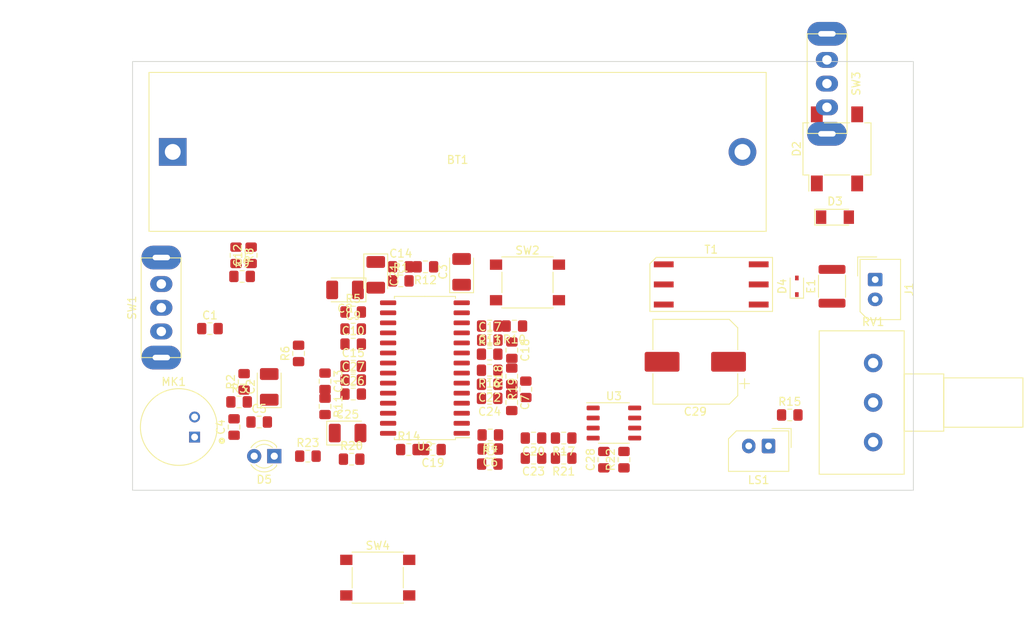
<source format=kicad_pcb>
(kicad_pcb (version 20211014) (generator pcbnew)
  (layers (0 "F.Cu" signal) (31 "B.Cu" signal) (34 "B.Paste" user) (35 "F.Paste" user) (36 "B.SilkS" user "B.Silkscreen") (37 "F.SilkS" user "F.Silkscreen") (38 "B.Mask" user) (39 "F.Mask" user) (44 "Edge.Cuts" user))
  (net 0 "")
  (net 1 "GND")
  (net 2 "Net-(BT1-Pad1)")
  (net 3 "Net-(C2-Pad1)")
  (net 4 "VB")
  (net 5 "Net-(C3-Pad1)")
  (net 6 "Net-(C4-Pad2)")
  (net 7 "Net-(C5-Pad2)")
  (net 8 "Net-(C6-Pad1)")
  (net 9 "Net-(C6-Pad2)")
  (net 10 "Net-(C24-Pad1)")
  (net 11 "VCC")
  (net 12 "Net-(C9-Pad2)")
  (net 13 "Net-(C10-Pad2)")
  (net 14 "Net-(C11-Pad1)")
  (net 15 "Net-(C11-Pad2)")
  (net 16 "Net-(C12-Pad1)")
  (net 17 "Net-(C13-Pad1)")
  (net 18 "Net-(C13-Pad2)")
  (net 19 "Net-(C14-Pad1)")
  (net 20 "Net-(C14-Pad2)")
  (net 21 "Net-(C15-Pad2)")
  (net 22 "Net-(C17-Pad1)")
  (net 23 "Net-(C18-Pad1)")
  (net 24 "Net-(C18-Pad2)")
  (net 25 "Net-(C19-Pad1)")
  (net 26 "Net-(C19-Pad2)")
  (net 27 "Net-(C20-Pad1)")
  (net 28 "Net-(C20-Pad2)")
  (net 29 "Net-(C22-Pad1)")
  (net 30 "Net-(C23-Pad1)")
  (net 31 "Net-(C23-Pad2)")
  (net 32 "Net-(C24-Pad2)")
  (net 33 "Net-(C25-Pad2)")
  (net 34 "Net-(C26-Pad2)")
  (net 35 "Net-(C27-Pad2)")
  (net 36 "Net-(C28-Pad1)")
  (net 37 "Net-(C28-Pad2)")
  (net 38 "Net-(C8-Pad2)")
  (net 39 "Net-(D4-Pad2)")
  (net 40 "Net-(D5-Pad1)")
  (net 41 "Net-(LS1-Pad1)")
  (net 42 "Net-(R11-Pad2)")
  (net 43 "Net-(R13-Pad1)")
  (net 44 "Net-(R14-Pad1)")
  (net 45 "Net-(R15-Pad2)")
  (net 46 "Net-(RV1-Pad2)")
  (net 47 "Net-(C12-Pad2)")
  (net 48 "/LINE_POWER")
  (net 50 "Net-(R8-Pad1)")
  (net 51 "Net-(R9-Pad1)")
  (net 52 "Net-(SW1-Pad2)")
  (footprint "Button_Switch_SMD:SW_Push_1P1T_NO_6x6mm_H9.5mm" (layer "F.Cu") (at 81.788 135.128)
    (fp_text reference "SW4" (at 0 -4.05) (layer "F.SilkS"))
    (fp_text value "SW_SPST")
    (pad "1" smd rect (at -3.975 -2.25) (size 1.55 1.3) (layers "F.Cu" "F.Paste" "F.Mask") (net 51 "Net-(R9-Pad1)"))
    (pad "1" smd rect (at 3.975 -2.25) (size 1.55 1.3) (layers "F.Cu" "F.Paste" "F.Mask") (net 51 "Net-(R9-Pad1)"))
    (pad "2" smd rect (at -3.975 2.25) (size 1.55 1.3) (layers "F.Cu" "F.Paste" "F.Mask") (net 32 "Net-(C24-Pad2)"))
    (pad "2" smd rect (at 3.975 2.25) (size 1.55 1.3) (layers "F.Cu" "F.Paste" "F.Mask") (net 32 "Net-(C24-Pad2)"))
  )
  (footprint "Package_SO:SOP-8_3.9x4.9mm_P1.27mm" (layer "F.Cu") (at 111.633 115.57)
    (fp_text reference "U3" (at 0 -3.4) (layer "F.SilkS"))
    (fp_text value "MC34119G-SO8")
    (pad "1" smd roundrect locked (at -2.625 -1.905) (size 1.65 0.6) (layers "F.Cu" "F.Paste" "F.Mask") (net 1 "GND"))
    (pad "2" smd roundrect locked (at -2.625 -0.635) (size 1.65 0.6) (layers "F.Cu" "F.Paste" "F.Mask"))
    (pad "3" smd roundrect locked (at -2.625 0.635) (size 1.65 0.6) (layers "F.Cu" "F.Paste" "F.Mask") (net 4 "VB"))
    (pad "4" smd roundrect locked (at -2.625 1.905) (size 1.65 0.6) (layers "F.Cu" "F.Paste" "F.Mask") (net 37 "Net-(C28-Pad2)"))
    (pad "5" smd roundrect locked (at 2.625 1.905) (size 1.65 0.6) (layers "F.Cu" "F.Paste" "F.Mask") (net 36 "Net-(C28-Pad1)"))
    (pad "6" smd roundrect locked (at 2.625 0.635) (size 1.65 0.6) (layers "F.Cu" "F.Paste" "F.Mask") (net 11 "VCC"))
    (pad "7" smd roundrect locked (at 2.625 -0.635) (size 1.65 0.6) (layers "F.Cu" "F.Paste" "F.Mask") (net 1 "GND"))
    (pad "8" smd roundrect locked (at 2.625 -1.905) (size 1.65 0.6) (layers "F.Cu" "F.Paste" "F.Mask") (net 41 "Net-(LS1-Pad1)"))
  )
  (footprint "Capacitor_SMD:C_0805_2012Metric_Pad1.18x1.45mm_HandSolder" (layer "F.Cu") (at 96.0115 118.8595 180)
    (fp_text reference "C6" (at 0 -1.68 180) (layer "F.SilkS"))
    (fp_text value "4700pF")
    (pad "1" smd roundrect (at -1.0375 0 180) (size 1.175 1.45) (layers "F.Cu" "F.Paste" "F.Mask") (roundrect_rratio 0.212766) (net 8 "Net-(C6-Pad1)"))
    (pad "2" smd roundrect (at 1.0375 0 180) (size 1.175 1.45) (layers "F.Cu" "F.Paste" "F.Mask") (roundrect_rratio 0.212766) (net 9 "Net-(C6-Pad2)"))
  )
  (footprint "Capacitor_SMD:C_0805_2012Metric_Pad1.18x1.45mm_HandSolder" (layer "F.Cu") (at 105.283 117.475 180)
    (fp_text reference "R17" (at 0 -1.68 180) (layer "F.SilkS"))
    (fp_text value "10K")
    (pad "1" smd roundrect (at -1.0375 0 180) (size 1.175 1.45) (layers "F.Cu" "F.Paste" "F.Mask") (roundrect_rratio 0.212766) (net 37 "Net-(C28-Pad2)"))
    (pad "2" smd roundrect (at 1.0375 0 180) (size 1.175 1.45) (layers "F.Cu" "F.Paste" "F.Mask") (roundrect_rratio 0.212766) (net 27 "Net-(C20-Pad1)"))
  )
  (footprint "Button_Switch_SMD:SW_Push_1P1T_NO_6x6mm_H9.5mm" (layer "F.Cu") (at 100.711 97.79)
    (fp_text reference "SW2" (at 0 -4.05) (layer "F.SilkS"))
    (fp_text value "SW_SPST")
    (pad "1" smd rect locked (at -3.975 -2.25) (size 1.55 1.3) (layers "F.Cu" "F.Paste" "F.Mask") (net 1 "GND"))
    (pad "1" smd rect locked (at 3.975 -2.25) (size 1.55 1.3) (layers "F.Cu" "F.Paste" "F.Mask") (net 1 "GND"))
    (pad "2" smd rect locked (at -3.975 2.25) (size 1.55 1.3) (layers "F.Cu" "F.Paste" "F.Mask") (net 50 "Net-(R8-Pad1)"))
    (pad "2" smd rect locked (at 3.975 2.25) (size 1.55 1.3) (layers "F.Cu" "F.Paste" "F.Mask") (net 50 "Net-(R8-Pad1)"))
  )
  (footprint "Capacitor_SMD:C_0805_2012Metric_Pad1.18x1.45mm_HandSolder" (layer "F.Cu") (at 105.283 120.015 180)
    (fp_text reference "R21" (at 0 -1.68 180) (layer "F.SilkS"))
    (fp_text value "5,1K")
    (pad "1" smd roundrect (at -1.0375 0 180) (size 1.175 1.45) (layers "F.Cu" "F.Paste" "F.Mask") (roundrect_rratio 0.212766) (net 36 "Net-(C28-Pad1)"))
    (pad "2" smd roundrect (at 1.0375 0 180) (size 1.175 1.45) (layers "F.Cu" "F.Paste" "F.Mask") (roundrect_rratio 0.212766) (net 30 "Net-(C23-Pad1)"))
  )
  (footprint "Capacitor_SMD:C_0805_2012Metric_Pad1.18x1.45mm_HandSolder" (layer "F.Cu") (at 98.72225 112.95975 -90)
    (fp_text reference "C7" (at 0 -1.68 -90) (layer "F.SilkS"))
    (fp_text value "4700pF")
    (pad "1" smd roundrect (at -1.0375 0 270) (size 1.175 1.45) (layers "F.Cu" "F.Paste" "F.Mask") (roundrect_rratio 0.212766) (net 10 "Net-(C24-Pad1)"))
    (pad "2" smd roundrect (at 1.0375 0 270) (size 1.175 1.45) (layers "F.Cu" "F.Paste" "F.Mask") (roundrect_rratio 0.212766) (net 8 "Net-(C6-Pad1)"))
  )
  (footprint "Capacitor_SMD:C_0805_2012Metric_Pad1.18x1.45mm_HandSolder" (layer "F.Cu") (at 85.71875 118.92875)
    (fp_text reference "R14" (at 0 -1.68) (layer "F.SilkS"))
    (fp_text value "5,1K")
    (pad "1" smd roundrect (at -1.0375 0) (size 1.175 1.45) (layers "F.Cu" "F.Paste" "F.Mask") (roundrect_rratio 0.212766) (net 44 "Net-(R14-Pad1)"))
    (pad "2" smd roundrect (at 1.0375 0) (size 1.175 1.45) (layers "F.Cu" "F.Paste" "F.Mask") (roundrect_rratio 0.212766) (net 26 "Net-(C19-Pad2)"))
  )
  (footprint "Capacitor_SMD:C_0805_2012Metric_Pad1.18x1.45mm_HandSolder" (layer "F.Cu") (at 78.68275 108.38775)
    (fp_text reference "C15" (at 0 -1.68) (layer "F.SilkS"))
    (fp_text value "0,1µF")
    (pad "1" smd roundrect (at -1.0375 0) (size 1.175 1.45) (layers "F.Cu" "F.Paste" "F.Mask") (roundrect_rratio 0.212766) (net 17 "Net-(C13-Pad1)"))
    (pad "2" smd roundrect (at 1.0375 0) (size 1.175 1.45) (layers "F.Cu" "F.Paste" "F.Mask") (roundrect_rratio 0.212766) (net 21 "Net-(C15-Pad2)"))
  )
  (footprint "Capacitor_Tantalum_SMD:CP_EIA-3528-21_Kemet-B_Pad1.50x2.35mm_HandSolder" (layer "F.Cu") (at 92.38525 96.44975 90)
    (fp_text reference "C3" (at 0 -2.35 90) (layer "F.SilkS"))
    (fp_text value "5,0µF")
    (pad "1" smd roundrect (at -1.625 0 90) (size 1.5 2.35) (layers "F.Cu" "F.Paste" "F.Mask") (roundrect_rratio 0.166667) (net 5 "Net-(C3-Pad1)"))
    (pad "2" smd roundrect (at 1.625 0 90) (size 1.5 2.35) (layers "F.Cu" "F.Paste" "F.Mask") (roundrect_rratio 0.166667) (net 1 "GND"))
  )
  (footprint "Capacitor_SMD:C_0805_2012Metric_Pad1.18x1.45mm_HandSolder" (layer "F.Cu") (at 87.81325 95.81475 180)
    (fp_text reference "R12" (at 0 -1.68 180) (layer "F.SilkS"))
    (fp_text value "5,1K")
    (pad "1" smd roundrect (at -1.0375 0 180) (size 1.175 1.45) (layers "F.Cu" "F.Paste" "F.Mask") (roundrect_rratio 0.212766) (net 14 "Net-(C11-Pad1)"))
    (pad "2" smd roundrect (at 1.0375 0 180) (size 1.175 1.45) (layers "F.Cu" "F.Paste" "F.Mask") (roundrect_rratio 0.212766) (net 20 "Net-(C14-Pad2)"))
  )
  (footprint "Capacitor_SMD:C_0805_2012Metric_Pad1.18x1.45mm_HandSolder" (layer "F.Cu") (at 95.92825 112.45175 180)
    (fp_text reference "C24" (at 0 -1.68 180) (layer "F.SilkS"))
    (fp_text value "0,01µF")
    (pad "1" smd roundrect (at -1.0375 0 180) (size 1.175 1.45) (layers "F.Cu" "F.Paste" "F.Mask") (roundrect_rratio 0.212766) (net 10 "Net-(C24-Pad1)"))
    (pad "2" smd roundrect (at 1.0375 0 180) (size 1.175 1.45) (layers "F.Cu" "F.Paste" "F.Mask") (roundrect_rratio 0.212766) (net 32 "Net-(C24-Pad2)"))
  )
  (footprint "Capacitor_SMD:C_0805_2012Metric_Pad1.18x1.45mm_HandSolder" (layer "F.Cu") (at 101.473 117.475 180)
    (fp_text reference "C20" (at 0 -1.68 180) (layer "F.SilkS"))
    (fp_text value "0,1µF")
    (pad "1" smd roundrect (at -1.0375 0 180) (size 1.175 1.45) (layers "F.Cu" "F.Paste" "F.Mask") (roundrect_rratio 0.212766) (net 27 "Net-(C20-Pad1)"))
    (pad "2" smd roundrect (at 1.0375 0 180) (size 1.175 1.45) (layers "F.Cu" "F.Paste" "F.Mask") (roundrect_rratio 0.212766) (net 28 "Net-(C20-Pad2)"))
  )
  (footprint "Capacitor_SMD:C_0805_2012Metric_Pad1.18x1.45mm_HandSolder" (layer "F.Cu") (at 78.68275 105.59375)
    (fp_text reference "C10" (at 0 -1.68) (layer "F.SilkS"))
    (fp_text value "2µF")
    (pad "1" smd roundrect (at -1.0375 0) (size 1.175 1.45) (layers "F.Cu" "F.Paste" "F.Mask") (roundrect_rratio 0.212766) (net 1 "GND"))
    (pad "2" smd roundrect (at 1.0375 0) (size 1.175 1.45) (layers "F.Cu" "F.Paste" "F.Mask") (roundrect_rratio 0.212766) (net 13 "Net-(C10-Pad2)"))
  )
  (footprint "Diode_SMD:D_MiniMELF" (layer "F.Cu") (at 139.573 89.535)
    (fp_text reference "D3" (at 0 -2) (layer "F.SilkS"))
    (fp_text value "BZV55C5V1")
    (pad "1" smd rect locked (at -1.75 0) (size 1.3 1.7) (layers "F.Cu" "F.Paste" "F.Mask") (net 48 "/LINE_POWER"))
    (pad "2" smd rect locked (at 1.75 0) (size 1.3 1.7) (layers "F.Cu" "F.Paste" "F.Mask") (net 1 "GND"))
  )
  (footprint "Capacitor_SMD:C_0805_2012Metric_Pad1.18x1.45mm_HandSolder" (layer "F.Cu") (at 78.68275 103.68875)
    (fp_text reference "C9" (at 0 -1.68) (layer "F.SilkS"))
    (fp_text value "2µF")
    (pad "1" smd roundrect (at -1.0375 0) (size 1.175 1.45) (layers "F.Cu" "F.Paste" "F.Mask") (roundrect_rratio 0.212766) (net 1 "GND"))
    (pad "2" smd roundrect (at 1.0375 0) (size 1.175 1.45) (layers "F.Cu" "F.Paste" "F.Mask") (roundrect_rratio 0.212766) (net 12 "Net-(C9-Pad2)"))
  )
  (footprint "Diode_SMD:Diode_Bridge_Vishay_DFS" (layer "F.Cu") (at 139.827 80.899 90)
    (fp_text reference "D2" (at 0 -5.1 90) (layer "F.SilkS"))
    (fp_text value "DB107GS")
    (pad "1" smd rect locked (at -4.37 -2.55 90) (size 2 1.5) (layers "F.Cu" "F.Paste" "F.Mask") (net 48 "/LINE_POWER"))
    (pad "2" smd rect locked (at -4.37 2.55 90) (size 2 1.5) (layers "F.Cu" "F.Paste" "F.Mask") (net 1 "GND"))
    (pad "3" smd rect locked (at 4.37 2.55 90) (size 2 1.5) (layers "F.Cu" "F.Paste" "F.Mask") (net 16 "Net-(C12-Pad1)"))
    (pad "4" smd rect locked (at 4.37 -2.55 90) (size 2 1.5) (layers "F.Cu" "F.Paste" "F.Mask") (net 47 "Net-(C12-Pad2)"))
  )
  (footprint "Capacitor_SMD:C_0805_2012Metric_Pad1.18x1.45mm_HandSolder" (layer "F.Cu") (at 64.897 110.363 90)
    (fp_text reference "R2" (at 0 -1.68 90) (layer "F.SilkS"))
    (fp_text value "1K")
    (pad "1" smd roundrect (at -1.0375 0 90) (size 1.175 1.45) (layers "F.Cu" "F.Paste" "F.Mask") (roundrect_rratio 0.212766) (net 3 "Net-(C2-Pad1)"))
    (pad "2" smd roundrect (at 1.0375 0 90) (size 1.175 1.45) (layers "F.Cu" "F.Paste" "F.Mask") (roundrect_rratio 0.212766) (net 11 "VCC"))
  )
  (footprint "Capacitor_SMD:C_0805_2012Metric_Pad1.18x1.45mm_HandSolder" (layer "F.Cu") (at 99.05225 103.30775 180)
    (fp_text reference "R10" (at 0 -1.68 180) (layer "F.SilkS"))
    (fp_text value "180K")
    (pad "1" smd roundrect (at -1.0375 0 180) (size 1.175 1.45) (layers "F.Cu" "F.Paste" "F.Mask") (roundrect_rratio 0.212766) (net 15 "Net-(C11-Pad2)"))
    (pad "2" smd roundrect (at 1.0375 0 180) (size 1.175 1.45) (layers "F.Cu" "F.Paste" "F.Mask") (roundrect_rratio 0.212766) (net 14 "Net-(C11-Pad1)"))
  )
  (footprint "Capacitor_SMD:C_0805_2012Metric_Pad1.18x1.45mm_HandSolder" (layer "F.Cu") (at 95.92825 106.86375)
    (fp_text reference "R13" (at 0 -1.68) (layer "F.SilkS"))
    (fp_text value "10K")
    (pad "1" smd roundrect (at -1.0375 0) (size 1.175 1.45) (layers "F.Cu" "F.Paste" "F.Mask") (roundrect_rratio 0.212766) (net 43 "Net-(R13-Pad1)"))
    (pad "2" smd roundrect (at 1.0375 0) (size 1.175 1.45) (layers "F.Cu" "F.Paste" "F.Mask") (roundrect_rratio 0.212766) (net 23 "Net-(C18-Pad1)"))
  )
  (footprint "Capacitor_SMD:C_0805_2012Metric_Pad1.18x1.45mm_HandSolder" (layer "F.Cu") (at 78.68275 110.1344)
    (fp_text reference "C27" (at 0 -1.68) (layer "F.SilkS"))
    (fp_text value "2µF")
    (pad "1" smd roundrect (at -1.0375 0) (size 1.175 1.45) (layers "F.Cu" "F.Paste" "F.Mask") (roundrect_rratio 0.212766) (net 1 "GND"))
    (pad "2" smd roundrect (at 1.0375 0) (size 1.175 1.45) (layers "F.Cu" "F.Paste" "F.Mask") (roundrect_rratio 0.212766) (net 35 "Net-(C27-Pad2)"))
  )
  (footprint "Capacitor_SMD:C_0805_2012Metric_Pad1.18x1.45mm_HandSolder" (layer "F.Cu") (at 110.363 120.206 90)
    (fp_text reference "C28" (at 0 -1.68 90) (layer "F.SilkS"))
    (fp_text value "200pF")
    (pad "1" smd roundrect (at -1.0375 0 90) (size 1.175 1.45) (layers "F.Cu" "F.Paste" "F.Mask") (roundrect_rratio 0.212766) (net 36 "Net-(C28-Pad1)"))
    (pad "2" smd roundrect (at 1.0375 0 90) (size 1.175 1.45) (layers "F.Cu" "F.Paste" "F.Mask") (roundrect_rratio 0.212766) (net 37 "Net-(C28-Pad2)"))
  )
  (footprint "Capacitor_SMD:C_0805_2012Metric_Pad1.18x1.45mm_HandSolder" (layer "F.Cu") (at 96.0115 117.0815 180)
    (fp_text reference "R4" (at 0 -1.68 180) (layer "F.SilkS"))
    (fp_text value "220K")
    (pad "1" smd roundrect (at -1.0375 0 180) (size 1.175 1.45) (layers "F.Cu" "F.Paste" "F.Mask") (roundrect_rratio 0.212766) (net 4 "VB"))
    (pad "2" smd roundrect (at 1.0375 0 180) (size 1.175 1.45) (layers "F.Cu" "F.Paste" "F.Mask") (roundrect_rratio 0.212766) (net 9 "Net-(C6-Pad2)"))
  )
  (footprint "Capacitor_SMD:C_0805_2012Metric_Pad1.18x1.45mm_HandSolder" (layer "F.Cu") (at 88.76675 118.92875 180)
    (fp_text reference "C19" (at 0 -1.68 180) (layer "F.SilkS"))
    (fp_text value "0,1µF")
    (pad "1" smd roundrect (at -1.0375 0 180) (size 1.175 1.45) (layers "F.Cu" "F.Paste" "F.Mask") (roundrect_rratio 0.212766) (net 25 "Net-(C19-Pad1)"))
    (pad "2" smd roundrect (at 1.0375 0 180) (size 1.175 1.45) (layers "F.Cu" "F.Paste" "F.Mask") (roundrect_rratio 0.212766) (net 26 "Net-(C19-Pad2)"))
  )
  (footprint "Connector_Molex:Molex_SPOX_5267-02A_1x02_P2.50mm_Vertical" (layer "F.Cu") (at 144.653 97.429 -90)
    (fp_text reference "J1" (at 1.25 -4.3 90) (layer "F.SilkS"))
    (fp_text value "Conn_01x02_Female")
    (pad "1" thru_hole roundrect locked (at 0 0 270) (size 1.7 1.85) (drill 0.85) (layers *.Cu *.Mask) (roundrect_rratio 0.1470588235) (net 39 "Net-(D4-Pad2)"))
    (pad "2" thru_hole oval locked (at 2.5 0 270) (size 1.7 1.85) (drill 0.85) (layers *.Cu *.Mask) (net 16 "Net-(C12-Pad1)"))
  )
  (footprint "Capacitor_SMD:C_0805_2012Metric_Pad1.18x1.45mm_HandSolder" (layer "F.Cu") (at 95.949 120.7645)
    (fp_text reference "R7" (at 0 -1.68) (layer "F.SilkS"))
    (fp_text value "56K")
    (pad "1" smd roundrect (at -1.0375 0) (size 1.175 1.45) (layers "F.Cu" "F.Paste" "F.Mask") (roundrect_rratio 0.212766) (net 17 "Net-(C13-Pad1)"))
    (pad "2" smd roundrect (at 1.0375 0) (size 1.175 1.45) (layers "F.Cu" "F.Paste" "F.Mask") (roundrect_rratio 0.212766) (net 8 "Net-(C6-Pad1)"))
  )
  (footprint "Capacitor_SMD:C_0805_2012Metric_Pad1.18x1.45mm_HandSolder" (layer "F.Cu") (at 101.473 120.015 180)
    (fp_text reference "C23" (at 0 -1.68 180) (layer "F.SilkS"))
    (fp_text value "0,05µF")
    (pad "1" smd roundrect (at -1.0375 0 180) (size 1.175 1.45) (layers "F.Cu" "F.Paste" "F.Mask") (roundrect_rratio 0.212766) (net 30 "Net-(C23-Pad1)"))
    (pad "2" smd roundrect (at 1.0375 0 180) (size 1.175 1.45) (layers "F.Cu" "F.Paste" "F.Mask") (roundrect_rratio 0.212766) (net 31 "Net-(C23-Pad2)"))
  )
  (footprint "Capacitor_Tantalum_SMD:CP_EIA-3528-21_Kemet-B_Pad1.50x2.35mm_HandSolder" (layer "F.Cu") (at 81.534 96.8248 -90)
    (fp_text reference "C21" (at 0 -2.35 -90) (layer "F.SilkS"))
    (fp_text value "220,0µF")
    (pad "1" smd roundrect (at -1.625 0 270) (size 1.5 2.35) (layers "F.Cu" "F.Paste" "F.Mask") (roundrect_rratio 0.166667) (net 4 "VB"))
    (pad "2" smd roundrect (at 1.625 0 270) (size 1.5 2.35) (layers "F.Cu" "F.Paste" "F.Mask") (roundrect_rratio 0.166667) (net 1 "GND"))
  )
  (footprint "Capacitor_SMD:C_0805_2012Metric_Pad1.18x1.45mm_HandSolder" (layer "F.Cu") (at 78.486 120.142)
    (fp_text reference "R20" (at 0 -1.68) (layer "F.SilkS"))
    (fp_text value "100K")
    (pad "1" smd roundrect (at -1.0375 0) (size 1.175 1.45) (layers "F.Cu" "F.Paste" "F.Mask") (roundrect_rratio 0.212766) (net 11 "VCC"))
    (pad "2" smd roundrect (at 1.0375 0) (size 1.175 1.45) (layers "F.Cu" "F.Paste" "F.Mask") (roundrect_rratio 0.212766) (net 33 "Net-(C25-Pad2)"))
  )
  (footprint "cave-phone:KLS7-SK02-12E12" (layer "F.Cu") (at 138.557 72.644 90)
    (fp_text reference "SW3" (at 0 3.7 90) (layer "F.SilkS"))
    (fp_text value "L-KLS7-SK02-12E12-EG7")
    (pad "" thru_hole oval (at -6.35 0 90) (size 3 5) (drill oval 0.7 2.2) (layers *.Cu *.Mask))
    (pad "" thru_hole oval (at 6.3 0 90) (size 3 5) (drill oval 0.7 2.2) (layers *.Cu *.Mask))
    (pad "1" thru_hole oval (at -3 0 90) (size 2 2.8) (drill 1.2) (layers *.Cu *.Mask))
    (pad "2" thru_hole oval (at 0 0 90) (size 2 2.8) (drill 1.2) (layers *.Cu *.Mask) (net 52 "Net-(SW1-Pad2)"))
    (pad "3" thru_hole oval (at 3 0 90) (size 2 2.8) (drill 1.2) (layers *.Cu *.Mask) (net 11 "VCC"))
  )
  (footprint "Capacitor_SMD:CP_Elec_10x10.5" (layer "F.Cu") (at 121.92 107.823 180)
    (fp_text reference "C29" (at 0 -6.3) (layer "F.SilkS"))
    (fp_text value "1000µF")
    (pad "1" smd roundrect locked (at -4.2 0 180) (size 4.4 2.5) (layers "F.Cu" "F.Paste" "F.Mask") (roundrect_rratio 0.1) (net 11 "VCC"))
    (pad "2" smd roundrect locked (at 4.2 0 180) (size 4.4 2.5) (layers "F.Cu" "F.Paste" "F.Mask") (roundrect_rratio 0.1) (net 1 "GND"))
  )
  (footprint "Capacitor_SMD:C_0805_2012Metric_Pad1.18x1.45mm_HandSolder" (layer "F.Cu") (at 98.72225 109.65775 90)
    (fp_text reference "R18" (at 0 -1.68 90) (layer "F.SilkS"))
    (fp_text value "820")
    (pad "1" smd roundrect (at -1.0375 0 90) (size 1.175 1.45) (layers "F.Cu" "F.Paste" "F.Mask") (roundrect_rratio 0.212766) (net 10 "Net-(C24-Pad1)"))
    (pad "2" smd roundrect (at 1.0375 0 90) (size 1.175 1.45) (layers "F.Cu" "F.Paste" "F.Mask") (roundrect_rratio 0.212766) (net 25 "Net-(C19-Pad1)"))
  )
  (footprint "Capacitor_SMD:C_0805_2012Metric_Pad1.18x1.45mm_HandSolder" (layer "F.Cu") (at 95.95425 105.08575)
    (fp_text reference "C17" (at 0 -1.68) (layer "F.SilkS"))
    (fp_text value "0,1µF")
    (pad "1" smd roundrect (at -1.0375 0) (size 1.175 1.45) (layers "F.Cu" "F.Paste" "F.Mask") (roundrect_rratio 0.212766) (net 22 "Net-(C17-Pad1)"))
    (pad "2" smd roundrect (at 1.0375 0) (size 1.175 1.45) (layers "F.Cu" "F.Paste" "F.Mask") (roundrect_rratio 0.212766) (net 14 "Net-(C11-Pad1)"))
  )
  (footprint "Capacitor_SMD:C_0805_2012Metric_Pad1.18x1.45mm_HandSolder" (layer "F.Cu") (at 78.68275 111.9124)
    (fp_text reference "C26" (at 0 -1.68) (layer "F.SilkS"))
    (fp_text value "2µF")
    (pad "1" smd roundrect (at -1.0375 0) (size 1.175 1.45) (layers "F.Cu" "F.Paste" "F.Mask") (roundrect_rratio 0.212766) (net 1 "GND"))
    (pad "2" smd roundrect (at 1.0375 0) (size 1.175 1.45) (layers "F.Cu" "F.Paste" "F.Mask") (roundrect_rratio 0.212766) (net 34 "Net-(C26-Pad2)"))
  )
  (footprint "Capacitor_SMD:C_0805_2012Metric_Pad1.18x1.45mm_HandSolder" (layer "F.Cu") (at 65.786 94.361 90)
    (fp_text reference "C12" (at 0 -1.68 90) (layer "F.SilkS"))
    (fp_text value "0,1µF")
    (pad "1" smd roundrect (at -1.0375 0 90) (size 1.175 1.45) (layers "F.Cu" "F.Paste" "F.Mask") (roundrect_rratio 0.212766) (net 16 "Net-(C12-Pad1)"))
    (pad "2" smd roundrect (at 1.0375 0 90) (size 1.175 1.45) (layers "F.Cu" "F.Paste" "F.Mask") (roundrect_rratio 0.212766) (net 47 "Net-(C12-Pad2)"))
  )
  (footprint "Diode_SMD:D_SOD-323" (layer "F.Cu") (at 134.753 98.2765 90)
    (fp_text reference "D4" (at 0 -1.85 90) (layer "F.SilkS"))
    (fp_text value "PESD5V0L1BA")
    (pad "1" smd rect locked (at -1.05 0 90) (size 0.6 0.45) (layers "F.Cu" "F.Paste" "F.Mask") (net 16 "Net-(C12-Pad1)"))
    (pad "2" smd rect locked (at 1.05 0 90) (size 0.6 0.45) (layers "F.Cu" "F.Paste" "F.Mask") (net 39 "Net-(D4-Pad2)"))
  )
  (footprint "Capacitor_SMD:C_0805_2012Metric_Pad1.18x1.45mm_HandSolder" (layer "F.Cu") (at 84.70275 97.59275)
    (fp_text reference "R1" (at 0 -1.68) (layer "F.SilkS"))
    (fp_text value "120K")
    (pad "1" smd roundrect (at -1.0375 0) (size 1.175 1.45) (layers "F.Cu" "F.Paste" "F.Mask") (roundrect_rratio 0.212766) (net 4 "VB"))
    (pad "2" smd roundrect (at 1.0375 0) (size 1.175 1.45) (layers "F.Cu" "F.Paste" "F.Mask") (roundrect_rratio 0.212766) (net 5 "Net-(C3-Pad1)"))
  )
  (footprint "Capacitor_SMD:C_0805_2012Metric_Pad1.18x1.45mm_HandSolder" (layer "F.Cu") (at 75.12675 113.46775 -90)
    (fp_text reference "R11" (at 0 -1.68 -90) (layer "F.SilkS"))
    (fp_text value "10K")
    (pad "1" smd roundrect (at -1.0375 0 270) (size 1.175 1.45) (layers "F.Cu" "F.Paste" "F.Mask") (roundrect_rratio 0.212766) (net 18 "Net-(C13-Pad2)"))
    (pad "2" smd roundrect (at 1.0375 0 270) (size 1.175 1.45) (layers "F.Cu" "F.Paste" "F.Mask") (roundrect_rratio 0.212766) (net 42 "Net-(R11-Pad2)"))
  )
  (footprint "Capacitor_SMD:C_0805_2012Metric_Pad1.18x1.45mm_HandSolder" (layer "F.Cu") (at 75.12675 110.29275 -90)
    (fp_text reference "C13" (at 0 -1.68 -90) (layer "F.SilkS"))
    (fp_text value "0,05µF")
    (pad "1" smd roundrect (at -1.0375 0 270) (size 1.175 1.45) (layers "F.Cu" "F.Paste" "F.Mask") (roundrect_rratio 0.212766) (net 17 "Net-(C13-Pad1)"))
    (pad "2" smd roundrect (at 1.0375 0 270) (size 1.175 1.45) (layers "F.Cu" "F.Paste" "F.Mask") (roundrect_rratio 0.212766) (net 18 "Net-(C13-Pad2)"))
  )
  (footprint "Capacitor_SMD:C_0805_2012Metric_Pad1.18x1.45mm_HandSolder" (layer "F.Cu") (at 95.92825 108.89575 180)
    (fp_text reference "R16" (at 0 -1.68 180) (layer "F.SilkS"))
    (fp_text value "51K")
    (pad "1" smd roundrect (at -1.0375 0 180) (size 1.175 1.45) (layers "F.Cu" "F.Paste" "F.Mask") (roundrect_rratio 0.212766) (net 25 "Net-(C19-Pad1)"))
    (pad "2" smd roundrect (at 1.0375 0 180) (size 1.175 1.45) (layers "F.Cu" "F.Paste" "F.Mask") (roundrect_rratio 0.212766) (net 24 "Net-(C18-Pad2)"))
  )
  (footprint "Potentiometer_THT:Potentiometer_Alps_RK163_Single_Horizontal" (layer "F.Cu") (at 144.399 117.983)
    (fp_text reference "RV1" (at 0 -15.2) (layer "F.SilkS"))
    (fp_text value "20K")
    (pad "1" thru_hole circle locked (at 0 0) (size 2.34 2.34) (drill 1.3) (layers *.Cu *.Mask) (net 4 "VB"))
    (pad "2" thru_hole circle locked (at 0 -5) (size 2.34 2.34) (drill 1.3) (layers *.Cu *.Mask) (net 46 "Net-(RV1-Pad2)"))
    (pad "3" thru_hole circle locked (at 0 -10) (size 2.34 2.34) (drill 1.3) (layers *.Cu *.Mask) (net 45 "Net-(R15-Pad2)"))
  )
  (footprint "Capacitor_Tantalum_SMD:CP_EIA-3528-21_Kemet-B_Pad1.50x2.35mm_HandSolder" (layer "F.Cu") (at 77.65325 98.73575 180)
    (fp_text reference "C8" (at 0 -2.35 180) (layer "F.SilkS"))
    (fp_text value "47µF")
    (pad "1" smd roundrect (at -1.625 0 180) (size 1.5 2.35) (layers "F.Cu" "F.Paste" "F.Mask") (roundrect_rratio 0.166667) (net 11 "VCC"))
    (pad "2" smd roundrect (at 1.625 0 180) (size 1.5 2.35) (layers "F.Cu" "F.Paste" "F.Mask") (roundrect_rratio 0.166667) (net 38 "Net-(C8-Pad2)"))
  )
  (footprint "Capacitor_SMD:C_0805_2012Metric_Pad1.18x1.45mm_HandSolder" (layer "F.Cu") (at 78.68275 101.52975)
    (fp_text reference "R5" (at 0 -1.68) (layer "F.SilkS"))
    (fp_text value "100K")
    (pad "1" smd roundrect (at -1.0375 0) (size 1.175 1.45) (layers "F.Cu" "F.Paste" "F.Mask") (roundrect_rratio 0.212766) (net 11 "VCC"))
    (pad "2" smd roundrect (at 1.0375 0) (size 1.175 1.45) (layers "F.Cu" "F.Paste" "F.Mask") (roundrect_rratio 0.212766) (net 38 "Net-(C8-Pad2)"))
  )
  (footprint "Connector_Molex:Molex_SPOX_5267-02A_1x02_P2.50mm_Vertical" (layer "F.Cu") (at 131.171 118.476 180)
    (fp_text reference "LS1" (at 1.25 -4.3) (layer "F.SilkS"))
    (fp_text value "Speaker")
    (pad "1" thru_hole roundrect locked (at 0 0 180) (size 1.7 1.85) (drill 0.85) (layers *.Cu *.Mask) (roundrect_rratio 0.1470588235) (net 41 "Net-(LS1-Pad1)"))
    (pad "2" thru_hole oval locked (at 2.5 0 180) (size 1.7 1.85) (drill 0.85) (layers *.Cu *.Mask) (net 36 "Net-(C28-Pad1)"))
  )
  (footprint "Capacitor_SMD:C_0805_2012Metric_Pad1.18x1.45mm_HandSolder" (layer "F.Cu") (at 66.802 115.443)
    (fp_text reference "C5" (at 0 -1.68) (layer "F.SilkS"))
    (fp_text value "0,2µF")
    (pad "1" smd roundrect (at -1.0375 0) (size 1.175 1.45) (layers "F.Cu" "F.Paste" "F.Mask") (roundrect_rratio 0.212766) (net 6 "Net-(C4-Pad2)"))
    (pad "2" smd roundrect (at 1.0375 0) (size 1.175 1.45) (layers "F.Cu" "F.Paste" "F.Mask") (roundrect_rratio 0.212766) (net 7 "Net-(C5-Pad2)"))
  )
  (footprint "Capacitor_SMD:C_0805_2012Metric_Pad1.18x1.45mm_HandSolder" (layer "F.Cu") (at 64.643 97.028)
    (fp_text reference "R9" (at 0 -1.68) (layer "F.SilkS"))
    (fp_text value "36K")
    (pad "1" smd roundrect (at -1.0375 0) (size 1.175 1.45) (layers "F.Cu" "F.Paste" "F.Mask") (roundrect_rratio 0.212766) (net 51 "Net-(R9-Pad1)"))
    (pad "2" smd roundrect (at 1.0375 0) (size 1.175 1.45) (layers "F.Cu" "F.Paste" "F.Mask") (roundrect_rratio 0.212766) (net 23 "Net-(C18-Pad1)"))
  )
  (footprint "cave-phone:KLS7-SK02-12E12" (layer "F.Cu") (at 54.4322 100.9904 -90)
    (fp_text reference "SW1" (at 0 3.7 90) (layer "F.SilkS"))
    (fp_text value "L-KLS7-SK02-12E12-EG7")
    (pad "" thru_hole oval (at 6.3 0 270) (size 3 5) (drill oval 0.7 2.2) (layers *.Cu *.Mask))
    (pad "" thru_hole oval (at -6.35 0 270) (size 3 5) (drill oval 0.7 2.2) (layers *.Cu *.Mask))
    (pad "1" thru_hole oval (at -3 0 270) (size 2 2.8) (drill 1.2) (layers *.Cu *.Mask) (net 2 "Net-(BT1-Pad1)"))
    (pad "2" thru_hole oval (at 0 0 270) (size 2 2.8) (drill 1.2) (layers *.Cu *.Mask) (net 52 "Net-(SW1-Pad2)"))
    (pad "3" thru_hole oval (at 3 0 270) (size 2 2.8) (drill 1.2) (layers *.Cu *.Mask) (net 48 "/LINE_POWER"))
  )
  (footprint "Package_SO:SOIC-28W_7.5x17.9mm_P1.27mm" (layer "F.Cu") (at 87.74875 108.61825 180)
    (fp_text reference "U2" (at 0 -9.9 180) (layer "F.SilkS"))
    (fp_text value "MC34118")
    (pad "1" smd roundrect (at -4.65 -8.255 180) (size 2.05 0.6) (layers "F.Cu" "F.Paste" "F.Mask") (net 17 "Net-(C13-Pad1)"))
    (pad "2" smd roundrect (at -4.65 -6.985 180) (size 2.05 0.6) (layers "F.Cu" "F.Paste" "F.Mask") (net 9 "Net-(C6-Pad2)"))
    (pad "3" smd roundrect (at -4.65 -5.715 180) (size 2.05 0.6) (layers "F.Cu" "F.Paste" "F.Mask") (net 1 "GND"))
    (pad "4" smd roundrect (at -4.65 -4.445 180) (size 2.05 0.6) (layers "F.Cu" "F.Paste" "F.Mask") (net 11 "VCC"))
    (pad "5" smd roundrect (at -4.65 -3.175 180) (size 2.05 0.6) (layers "F.Cu" "F.Paste" "F.Mask") (net 32 "Net-(C24-Pad2)"))
    (pad "6" smd roundrect (at -4.65 -1.905 180) (size 2.05 0.6) (layers "F.Cu" "F.Paste" "F.Mask") (net 25 "Net-(C19-Pad1)"))
    (pad "7" smd roundrect (at -4.65 -0.635 180) (size 2.05 0.6) (layers "F.Cu" "F.Paste" "F.Mask") (net 24 "Net-(C18-Pad2)"))
    (pad "8" smd roundrect (at -4.65 0.635 180) (size 2.05 0.6) (layers "F.Cu" "F.Paste" "F.Mask") (net 43 "Net-(R13-Pad1)"))
    (pad "9" smd roundrect (at -4.65 1.905 180) (size 2.05 0.6) (layers "F.Cu" "F.Paste" "F.Mask") (net 22 "Net-(C17-Pad1)"))
    (pad "10" smd roundrect (at -4.65 3.175 180) (size 2.05 0.6) (layers "F.Cu" "F.Paste" "F.Mask") (net 14 "Net-(C11-Pad1)"))
    (pad "11" smd roundrect (at -4.65 4.445 180) (size 2.05 0.6) (layers "F.Cu" "F.Paste" "F.Mask") (net 15 "Net-(C11-Pad2)"))
    (pad "12" smd roundrect (at -4.65 5.715 180) (size 2.05 0.6) (layers "F.Cu" "F.Paste" "F.Mask") (net 50 "Net-(R8-Pad1)"))
    (pad "13" smd roundrect (at -4.65 6.985 180) (size 2.05 0.6) (layers "F.Cu" "F.Paste" "F.Mask") (net 46 "Net-(RV1-Pad2)"))
    (pad "14" smd roundrect (at -4.65 8.255 180) (size 2.05 0.6) (layers "F.Cu" "F.Paste" "F.Mask") (net 5 "Net-(C3-Pad1)"))
    (pad "15" smd roundrect (at 4.65 8.255 180) (size 2.05 0.6) (layers "F.Cu" "F.Paste" "F.Mask") (net 4 "VB"))
    (pad "16" smd roundrect (at 4.65 6.985 180) (size 2.05 0.6) (layers "F.Cu" "F.Paste" "F.Mask") (net 38 "Net-(C8-Pad2)"))
    (pad "17" smd roundrect (at 4.65 5.715 180) (size 2.05 0.6) (layers "F.Cu" "F.Paste" "F.Mask") (net 19 "Net-(C14-Pad1)"))
    (pad "18" smd roundrect (at 4.65 4.445 180) (size 2.05 0.6) (layers "F.Cu" "F.Paste" "F.Mask") (net 12 "Net-(C9-Pad2)"))
    (pad "19" smd roundrect (at 4.65 3.175 180) (size 2.05 0.6) (layers "F.Cu" "F.Paste" "F.Mask") (net 13 "Net-(C10-Pad2)"))
    (pad "20" smd roundrect (at 4.65 1.905 180) (size 2.05 0.6) (layers "F.Cu" "F.Paste" "F.Mask") (net 31 "Net-(C23-Pad2)"))
    (pad "21" smd roundrect (at 4.65 0.635 180) (size 2.05 0.6) (layers "F.Cu" "F.Paste" "F.Mask") (net 21 "Net-(C15-Pad2)"))
    (pad "22" smd roundrect (at 4.65 -0.635 180) (size 2.05 0.6) (layers "F.Cu" "F.Paste" "F.Mask") (net 28 "Net-(C20-Pad2)"))
    (pad "23" smd roundrect (at 4.65 -1.905 180) (size 2.05 0.6) (layers "F.Cu" "F.Paste" "F.Mask") (net 44 "Net-(R14-Pad1)"))
    (pad "24" smd roundrect (at 4.65 -3.175 180) (size 2.05 0.6) (layers "F.Cu" "F.Paste" "F.Mask") (net 35 "Net-(C27-Pad2)"))
    (pad "25" smd roundrect (at 4.65 -4.445 180) (size 2.05 0.6) (layers "F.Cu" "F.Paste" "F.Mask") (net 34 "Net-(C26-Pad2)"))
    (pad "26" smd roundrect (at 4.65 -5.715 180) (size 2.05 0.6) (layers "F.Cu" "F.Paste" "F.Mask") (net 42 "Net-(R11-Pad2)"))
    (pad "27" smd roundrect (at 4.65 -6.985 180) (size 2.05 0.6) (layers "F.Cu" "F.Paste" "F.Mask") (net 33 "Net-(C25-Pad2)"))
    (pad "28" smd roundrect (at 4.65 -8.255 180) (size 2.05 0.6) (layers "F.Cu" "F.Paste" "F.Mask") (net 1 "GND"))
  )
  (footprint "Capacitor_SMD:C_0805_2012Metric_Pad1.18x1.45mm_HandSolder" (layer "F.Cu") (at 95.92825 110.67375 180)
    (fp_text reference "C22" (at 0 -1.68 180) (layer "F.SilkS"))
    (fp_text value "0,05µF")
    (pad "1" smd roundrect (at -1.0375 0 180) (size 1.175 1.45) (layers "F.Cu" "F.Paste" "F.Mask") (roundrect_rratio 0.212766) (net 29 "Net-(C22-Pad1)"))
    (pad "2" smd roundrect (at 1.0375 0 180) (size 1.175 1.45) (layers "F.Cu" "F.Paste" "F.Mask") (roundrect_rratio 0.212766) (net 25 "Net-(C19-Pad1)"))
  )
  (footprint "cave-phone:SM-LP-5001" (layer "F.Cu") (at 123.9305 98.044 -90)
    (fp_text reference "T1" (at -4.415 0) (layer "F.SilkS"))
    (fp_text value "SM-LP-5001")
    (pad "" smd rect (at 0 -6 270) (size 0.75 2.5) (layers "F.Cu" "F.Paste" "F.Mask"))
    (pad "" smd rect (at 0 6 270) (size 0.75 2.5) (layers "F.Cu" "F.Paste" "F.Mask"))
    (pad "1" smd rect (at -2.54 6 270) (size 0.75 2.5) (layers "F.Cu" "F.Paste" "F.Mask") (net 10 "Net-(C24-Pad1)"))
    (pad "2" smd rect (at 2.54 6 270) (size 0.75 2.5) (layers "F.Cu" "F.Paste" "F.Mask") (net 32 "Net-(C24-Pad2)"))
    (pad "3" smd rect (at 2.54 -6 270) (size 0.75 2.5) (layers "F.Cu" "F.Paste" "F.Mask") (net 47 "Net-(C12-Pad2)"))
    (pad "4" smd rect (at -2.54 -6 270) (size 0.75 2.5) (layers "F.Cu" "F.Paste" "F.Mask") (net 39 "Net-(D4-Pad2)"))
  )
  (footprint "Capacitor_SMD:C_0805_2012Metric_Pad1.18x1.45mm_HandSolder" (layer "F.Cu") (at 72.962 119.761)
    (fp_text reference "R23" (at 0 -1.68) (layer "F.SilkS"))
    (fp_text value "5K")
    (pad "1" smd roundrect (at -1.0375 0) (size 1.175 1.45) (layers "F.Cu" "F.Paste" "F.Mask") (roundrect_rratio 0.212766) (net 40 "Net-(D5-Pad1)"))
    (pad "2" smd roundrect (at 1.0375 0) (size 1.175 1.45) (layers "F.Cu" "F.Paste" "F.Mask") (roundrect_rratio 0.212766) (net 1 "GND"))
  )
  (footprint "LED_THT:LED_D3.0mm" (layer "F.Cu") (at 68.712 119.761 180)
    (fp_text reference "D5" (at 1.27 -2.96) (layer "F.SilkS"))
    (fp_text value "LED")
    (pad "1" thru_hole rect locked (at 0 0 180) (size 1.8 1.8) (drill 0.9) (layers *.Cu *.Mask) (net 40 "Net-(D5-Pad1)"))
    (pad "2" thru_hole circle locked (at 2.54 0 180) (size 1.8 1.8) (drill 0.9) (layers *.Cu *.Mask) (net 11 "VCC"))
  )
  (footprint "Capacitor_SMD:C_0805_2012Metric_Pad1.18x1.45mm_HandSolder" (layer "F.Cu") (at 63.627 116.078 90)
    (fp_text reference "C4" (at 0 -1.68 90) (layer "F.SilkS"))
    (fp_text value "0,02µF")
    (pad "1" smd roundrect (at -1.0375 0 90) (size 1.175 1.45) (layers "F.Cu" "F.Paste" "F.Mask") (roundrect_rratio 0.212766) (net 1 "GND"))
    (pad "2" smd roundrect (at 1.0375 0 90) (size 1.175 1.45) (layers "F.Cu" "F.Paste" "F.Mask") (roundrect_rratio 0.212766) (net 6 "Net-(C4-Pad2)"))
  )
  (footprint "Battery:BatteryHolder_MPD_BH-18650-PC2" (layer "F.Cu") (at 55.88 81.28)
    (fp_text reference "BT1" (at 36 1) (layer "F.SilkS"))
    (fp_text value "18650")
    (pad "" np_thru_hole circle locked (at 8.645 0) (size 3.2 3.2) (drill 3.2) (layers *.Cu *.Mask))
    (pad "" np_thru_hole circle locked (at 64.255 0) (size 3.2 3.2) (drill 3.2) (layers *.Cu *.Mask))
    (pad "1" thru_hole rect locked (at 0 0) (size 3.5 3.5) (drill 2) (layers *.Cu *.Mask) (net 2 "Net-(BT1-Pad1)"))
    (pad "2" thru_hole circle locked (at 72 0) (size 3.5 3.5) (drill 2) (layers *.Cu *.Mask) (net 1 "GND"))
  )
  (footprint "Capacitor_SMD:C_0805_2012Metric_Pad1.18x1.45mm_HandSolder" (layer "F.Cu") (at 98.73525 106.35575 -90)
    (fp_text reference "C18" (at 0 -1.68 -90) (layer "F.SilkS"))
    (fp_text value "0,1µF")
    (pad "1" smd roundrect (at -1.0375 0 270) (size 1.175 1.45) (layers "F.Cu" "F.Paste" "F.Mask") (roundrect_rratio 0.212766) (net 23 "Net-(C18-Pad1)"))
    (pad "2" smd roundrect (at 1.0375 0 270) (size 1.175 1.45) (layers "F.Cu" "F.Paste" "F.Mask") (roundrect_rratio 0.212766) (net 24 "Net-(C18-Pad2)"))
  )
  (footprint "Capacitor_SMD:C_0805_2012Metric_Pad1.18x1.45mm_HandSolder" (layer "F.Cu") (at 95.94125 103.30775 180)
    (fp_text reference "C11" (at 0 -1.68 180) (layer "F.SilkS"))
    (fp_text value "270pF")
    (pad "1" smd roundrect (at -1.0375 0 180) (size 1.175 1.45) (layers "F.Cu" "F.Paste" "F.Mask") (roundrect_rratio 0.212766) (net 14 "Net-(C11-Pad1)"))
    (pad "2" smd roundrect (at 1.0375 0 180) (size 1.175 1.45) (layers "F.Cu" "F.Paste" "F.Mask") (roundrect_rratio 0.212766) (net 15 "Net-(C11-Pad2)"))
  )
  (footprint "Capacitor_SMD:C_0805_2012Metric_Pad1.18x1.45mm_HandSolder" (layer "F.Cu") (at 112.903 120.206 90)
    (fp_text reference "R22" (at 0 -1.68 90) (layer "F.SilkS"))
    (fp_text value "110K")
    (pad "1" smd roundrect (at -1.0375 0 90) (size 1.175 1.45) (layers "F.Cu" "F.Paste" "F.Mask") (roundrect_rratio 0.212766) (net 36 "Net-(C28-Pad1)"))
    (pad "2" smd roundrect (at 1.0375 0 90) (size 1.175 1.45) (layers "F.Cu" "F.Paste" "F.Mask") (roundrect_rratio 0.212766) (net 37 "Net-(C28-Pad2)"))
  )
  (footprint "Capacitor_Tantalum_SMD:CP_EIA-3528-21_Kemet-B_Pad1.50x2.35mm_HandSolder" (layer "F.Cu") (at 68.072 110.998 90)
    (fp_text reference "C2" (at 0 -2.35 90) (layer "F.SilkS"))
    (fp_text value "20µF")
    (pad "1" smd roundrect (at -1.625 0 90) (size 1.5 2.35) (layers "F.Cu" "F.Paste" "F.Mask") (roundrect_rratio 0.166667) (net 3 "Net-(C2-Pad1)"))
    (pad "2" smd roundrect (at 1.625 0 90) (size 1.5 2.35) (layers "F.Cu" "F.Paste" "F.Mask") (roundrect_rratio 0.166667) (net 4 "VB"))
  )
  (footprint "Capacitor_SMD:C_0805_2012Metric_Pad1.18x1.45mm_HandSolder" (layer "F.Cu") (at 60.579 103.632)
    (fp_text reference "C1" (at 0 -1.68) (layer "F.SilkS"))
    (fp_text value "0,1µF")
    (pad "1" smd roundrect (at -1.0375 0) (size 1.175 1.45) (layers "F.Cu" "F.Paste" "F.Mask") (roundrect_rratio 0.212766) (net 11 "VCC"))
    (pad "2" smd roundrect (at 1.0375 0) (size 1.175 1.45) (layers "F.Cu" "F.Paste" "F.Mask") (roundrect_rratio 0.212766) (net 1 "GND"))
  )
  (footprint "Fuse:Fuse_1812_4532Metric" (layer "F.Cu") (at 139.198 98.2765 90)
    (fp_text reference "E1" (at 0 -2.65 90) (layer "F.SilkS"))
    (fp_text value "2051-09-SM-RPLF (90V)")
    (pad "1" smd roundrect locked (at -2.1375 0 90) (size 1.125 3.4) (layers "F.Cu" "F.Paste" "F.Mask") (roundrect_rratio 0.2222222222) (net 16 "Net-(C12-Pad1)"))
    (pad "2" smd roundrect locked (at 2.1375 0 90) (size 1.125 3.4) (layers "F.Cu" "F.Paste" "F.Mask") (roundrect_rratio 0.2222222222) (net 39 "Net-(D4-Pad2)"))
  )
  (footprint "Capacitor_SMD:C_0805_2012Metric_Pad1.18x1.45mm_HandSolder" (layer "F.Cu") (at 71.7804 106.7694 90)
    (fp_text reference "R6" (at 0 -1.68 90) (layer "F.SilkS"))
    (fp_text value "5,1K")
    (pad "1" smd roundrect (at -1.0375 0 90) (size 1.175 1.45) (layers "F.Cu" "F.Paste" "F.Mask") (roundrect_rratio 0.212766) (net 7 "Net-(C5-Pad2)"))
    (pad "2" smd roundrect (at 1.0375 0 90) (size 1.175 1.45) (layers "F.Cu" "F.Paste" "F.Mask") (roundrect_rratio 0.212766) (net 15 "Net-(C11-Pad2)"))
  )
  (footprint "Capacitor_Tantalum_SMD:CP_EIA-3528-21_Kemet-B_Pad1.50x2.35mm_HandSolder" (layer "F.Cu") (at 77.978 116.84)
    (fp_text reference "C25" (at 0 -2.35) (layer "F.SilkS"))
    (fp_text value "47µF")
    (pad "1" smd roundrect (at -1.625 0) (size 1.5 2.35) (layers "F.Cu" "F.Paste" "F.Mask") (roundrect_rratio 0.166667) (net 11 "VCC"))
    (pad "2" smd roundrect (at 1.625 0) (size 1.5 2.35) (layers "F.Cu" "F.Paste" "F.Mask") (roundrect_rratio 0.166667) (net 33 "Net-(C25-Pad2)"))
  )
  (footprint "Capacitor_SMD:C_0805_2012Metric_Pad1.18x1.45mm_HandSolder" (layer "F.Cu") (at 64.262 112.903)
    (fp_text reference "R3" (at 0 -1.68) (layer "F.SilkS"))
    (fp_text value "620")
    (pad "1" smd roundrect (at -1.0375 0) (size 1.175 1.45) (layers "F.Cu" "F.Paste" "F.Mask") (roundrect_rratio 0.212766) (net 6 "Net-(C4-Pad2)"))
    (pad "2" smd roundrect (at 1.0375 0) (size 1.175 1.45) (layers "F.Cu" "F.Paste" "F.Mask") (roundrect_rratio 0.212766) (net 3 "Net-(C2-Pad1)"))
  )
  (footprint "Capacitor_SMD:C_0805_2012Metric_Pad1.18x1.45mm_HandSolder" (layer "F.Cu") (at 84.70275 95.81475)
    (fp_text reference "C14" (at 0 -1.68) (layer "F.SilkS"))
    (fp_text value "0,1µF")
    (pad "1" smd roundrect (at -1.0375 0) (size 1.175 1.45) (layers "F.Cu" "F.Paste" "F.Mask") (roundrect_rratio 0.212766) (net 19 "Net-(C14-Pad1)"))
    (pad "2" smd roundrect (at 1.0375 0) (size 1.175 1.45) (layers "F.Cu" "F.Paste" "F.Mask") (roundrect_rratio 0.212766) (net 20 "Net-(C14-Pad2)"))
  )
  (footprint "Capacitor_SMD:C_0805_2012Metric_Pad1.18x1.45mm_HandSolder" (layer "F.Cu") (at 63.881 94.361 -90)
    (fp_text reference "R8" (at 0 -1.68 -90) (layer "F.SilkS"))
    (fp_text value "20K")
    (pad "1" smd roundrect (at -1.0375 0 270) (size 1.175 1.45) (layers "F.Cu" "F.Paste" "F.Mask") (roundrect_rratio 0.212766) (net 50 "Net-(R8-Pad1)"))
    (pad "2" smd roundrect (at 1.0375 0 270) (size 1.175 1.45) (layers "F.Cu" "F.Paste" "F.Mask") (roundrect_rratio 0.212766) (net 11 "VCC"))
  )
  (footprint "snapeda-mic:MIC_CMA-4544PF-W" (layer "F.Cu") (at 56.642 116.078)
    (fp_text reference "MK1" (at -0.635215 -5.717015) (layer "F.SilkS") (effects (font (size 1.000354 1.000354))))
    (fp_text value "Microphone_Condenser")
    (pad "1" thru_hole rect locked (at 2 1.27) (size 1.378 1.378) (drill 0.87) (layers *.Cu *.Mask) (net 1 "GND"))
    (pad "2" thru_hole circle locked (at 2 -1.27) (size 1.378 1.378) (drill 0.87) (layers *.Cu *.Mask) (net 6 "Net-(C4-Pad2)"))
  )
  (footprint "Capacitor_SMD:C_0805_2012Metric_Pad1.18x1.45mm_HandSolder" (layer "F.Cu") (at 100.50025 111.30875 90)
    (fp_text reference "R19" (at 0 -1.68 90) (layer "F.SilkS"))
    (fp_text value "300K")
    (pad "1" smd roundrect (at -1.0375 0 90) (size 1.175 1.45) (layers "F.Cu" "F.Paste" "F.Mask") (roundrect_rratio 0.212766) (net 10 "Net-(C24-Pad1)"))
    (pad "2" smd roundrect (at 1.0375 0 90) (size 1.175 1.45) (layers "F.Cu" "F.Paste" "F.Mask") (roundrect_rratio 0.212766) (net 29 "Net-(C22-Pad1)"))
  )
  (footprint "Capacitor_SMD:C_0805_2012Metric_Pad1.18x1.45mm_HandSolder" (layer "F.Cu") (at 133.858 114.554)
    (fp_text reference "R15" (at 0 -1.68) (layer "F.SilkS"))
    (fp_text value "9,1K")
    (pad "1" smd roundrect (at -1.0375 0) (size 1.175 1.45) (layers "F.Cu" "F.Paste" "F.Mask") (roundrect_rratio 0.212766) (net 1 "GND"))
    (pad "2" smd roundrect (at 1.0375 0) (size 1.175 1.45) (layers "F.Cu" "F.Paste" "F.Mask") (roundrect_rratio 0.212766) (net 45 "Net-(R15-Pad2)"))
  )
  (gr_rect (start 50.8 69.85) (end 149.479 124.079) (layer "Edge.Cuts") (width 0.1) (fill none))
)
</source>
